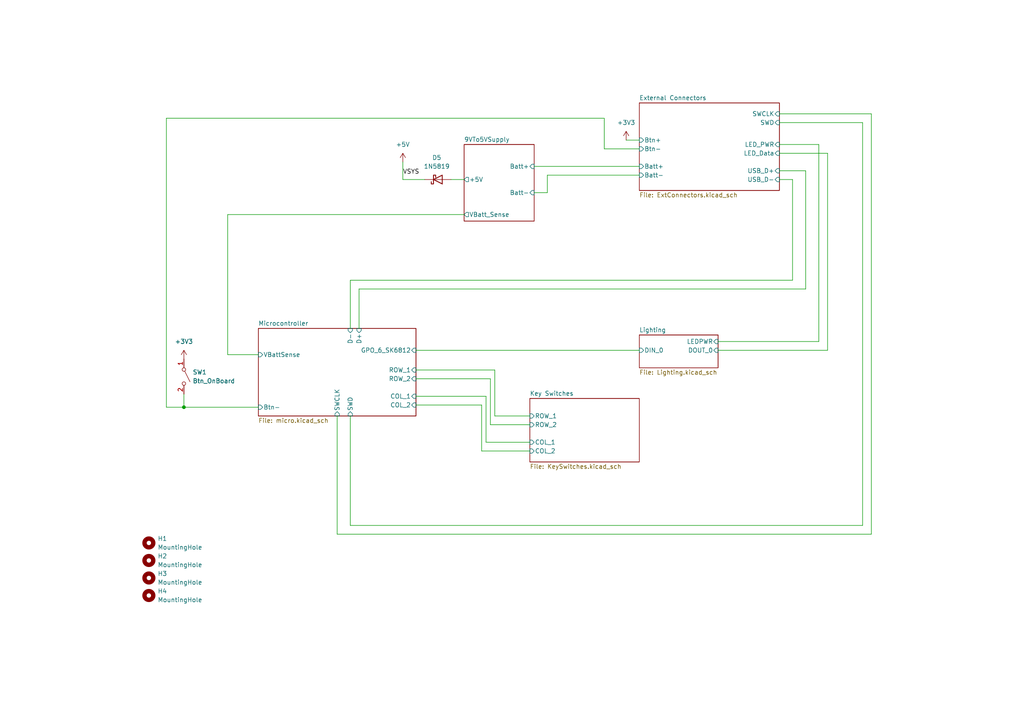
<source format=kicad_sch>
(kicad_sch (version 20231120) (generator "eeschema") (generator_version "8.0")
  (paper "A4")
  (lib_symbols
    (symbol "Diode:1N5819" (pin_numbers hide) (pin_names (offset 1.016) hide)
      (property "Reference" "D" (at 0 2.54 0))
      (property "Value" "1N5819" (at 0 -2.54 0))
      (symbol "1N5819_0_1"
        (polyline (pts (xy 1.27 0) (xy -1.27 0)))
        (polyline (pts (xy 1.27 1.27) (xy 1.27 -1.27) (xy -1.27 0) (xy 1.27 1.27)) (stroke (width 0.254)))
        (polyline (pts (xy -1.905 0.635) (xy -1.905 1.27) (xy -1.27 1.27) (xy -1.27 -1.27) (xy -0.635 -1.27) (xy -0.635 -0.635)) (stroke (width 0.254)))
      )
      (symbol "1N5819_1_1"
        (pin passive line (at -3.81 0 0) (length 2.54) (name "K") (number "1"))
        (pin passive line (at 3.81 0 180) (length 2.54) (name "A") (number "2"))
      )
    )
    (symbol "Mechanical:MountingHole" (pin_names (offset 1.016)) (exclude_from_sim yes) (in_bom no)
      (property "Reference" "H" (at 0 5.08 0))
      (property "Value" "MountingHole" (at 0 3.175 0))
      (symbol "MountingHole_0_1"
        (circle (center 0 0) (radius 1.27) (stroke (width 1.27)))
      )
    )
    (symbol "Switch:SW_SPST" (pin_names (offset 0) hide)
      (property "Reference" "SW" (at 0 3.175 0))
      (property "Value" "SW_SPST" (at 0 -2.54 0))
      (symbol "SW_SPST_0_0"
        (circle (center -2.032 0) (radius 0.508))
        (polyline (pts (xy -1.524 0.254) (xy 1.524 1.778)))
        (circle (center 2.032 0) (radius 0.508))
      )
      (symbol "SW_SPST_1_1"
        (pin passive line (at -5.08 0 0) (length 2.54) (name "A") (number "1"))
        (pin passive line (at 5.08 0 180) (length 2.54) (name "B") (number "2"))
      )
    )
    (symbol "power:+3V3" (power) (pin_names (offset 0))
      (property "Value" "+3V3" (at 0 3.556 0))
      (symbol "+3V3_0_1"
        (polyline (pts (xy -0.762 1.27) (xy 0 2.54)))
        (polyline (pts (xy 0 0) (xy 0 2.54)))
        (polyline (pts (xy 0 2.54) (xy 0.762 1.27)))
      )
      (symbol "+3V3_1_1"
        (pin power_in line (at 0 0 90) (length 0) hide (name "+3V3") (number "1"))
      )
    )
    (symbol "power:+5V" (power) (pin_names (offset 0))
      (property "Value" "+5V" (at 0 3.556 0))
      (symbol "+5V_0_1"
        (polyline (pts (xy -0.762 1.27) (xy 0 2.54)))
        (polyline (pts (xy 0 0) (xy 0 2.54)))
        (polyline (pts (xy 0 2.54) (xy 0.762 1.27)))
      )
      (symbol "+5V_1_1"
        (pin power_in line (at 0 0 90) (length 0) hide (name "+5V") (number "1"))
      )
    )
  )
  (junction (at 53.34 118.11))
  (wire (pts (xy 158.75 55.88) (xy 158.75 50.8)))
  (wire (pts (xy 116.84 46.99) (xy 116.84 52.07)))
  (wire (pts (xy 143.51 120.65) (xy 153.67 120.65)))
  (wire (pts (xy 142.24 123.19) (xy 142.24 109.855)))
  (wire (pts (xy 233.68 49.53) (xy 233.68 83.82)))
  (wire (pts (xy 104.14 83.82) (xy 104.14 95.25)))
  (wire (pts (xy 143.51 120.65) (xy 143.51 107.315)))
  (wire (pts (xy 226.06 44.45) (xy 240.03 44.45)))
  (wire (pts (xy 240.03 101.6) (xy 208.28 101.6)))
  (wire (pts (xy 142.24 109.855) (xy 120.65 109.855)))
  (wire (pts (xy 48.26 34.29) (xy 175.26 34.29)))
  (wire (pts (xy 252.73 154.94) (xy 97.79 154.94)))
  (wire (pts (xy 208.28 99.06) (xy 237.49 99.06)))
  (wire (pts (xy 142.24 123.19) (xy 153.67 123.19)))
  (wire (pts (xy 48.26 118.11) (xy 48.26 34.29)))
  (wire (pts (xy 120.65 101.6) (xy 185.42 101.6)))
  (wire (pts (xy 154.94 55.88) (xy 158.75 55.88)))
  (wire (pts (xy 250.19 152.4) (xy 250.19 35.56)))
  (wire (pts (xy 229.87 81.28) (xy 229.87 52.07)))
  (wire (pts (xy 175.26 43.18) (xy 185.42 43.18)))
  (wire (pts (xy 101.6 81.28) (xy 229.87 81.28)))
  (wire (pts (xy 48.26 118.11) (xy 53.34 118.11)))
  (wire (pts (xy 140.97 114.935) (xy 120.65 114.935)))
  (wire (pts (xy 181.61 40.64) (xy 185.42 40.64)))
  (wire (pts (xy 143.51 107.315) (xy 120.65 107.315)))
  (wire (pts (xy 116.84 52.07) (xy 123.19 52.07)))
  (wire (pts (xy 240.03 44.45) (xy 240.03 101.6)))
  (wire (pts (xy 66.04 102.87) (xy 74.93 102.87)))
  (wire (pts (xy 53.34 118.11) (xy 53.34 114.3)))
  (wire (pts (xy 101.6 152.4) (xy 250.19 152.4)))
  (wire (pts (xy 237.49 41.91) (xy 226.06 41.91)))
  (wire (pts (xy 175.26 34.29) (xy 175.26 43.18)))
  (wire (pts (xy 158.75 50.8) (xy 185.42 50.8)))
  (wire (pts (xy 229.87 52.07) (xy 226.06 52.07)))
  (wire (pts (xy 139.7 117.475) (xy 120.65 117.475)))
  (wire (pts (xy 66.04 62.23) (xy 134.62 62.23)))
  (wire (pts (xy 140.97 128.27) (xy 140.97 114.935)))
  (wire (pts (xy 53.34 118.11) (xy 74.93 118.11)))
  (wire (pts (xy 139.7 130.81) (xy 153.67 130.81)))
  (wire (pts (xy 154.94 48.26) (xy 185.42 48.26)))
  (wire (pts (xy 252.73 33.02) (xy 252.73 154.94)))
  (wire (pts (xy 139.7 130.81) (xy 139.7 117.475)))
  (wire (pts (xy 237.49 99.06) (xy 237.49 41.91)))
  (wire (pts (xy 226.06 49.53) (xy 233.68 49.53)))
  (wire (pts (xy 101.6 120.65) (xy 101.6 152.4)))
  (wire (pts (xy 97.79 154.94) (xy 97.79 120.65)))
  (wire (pts (xy 101.6 95.25) (xy 101.6 81.28)))
  (wire (pts (xy 250.19 35.56) (xy 226.06 35.56)))
  (wire (pts (xy 226.06 33.02) (xy 252.73 33.02)))
  (wire (pts (xy 140.97 128.27) (xy 153.67 128.27)))
  (wire (pts (xy 130.81 52.07) (xy 134.62 52.07)))
  (wire (pts (xy 104.14 83.82) (xy 233.68 83.82)))
  (wire (pts (xy 66.04 102.87) (xy 66.04 62.23)))
  (label "VSYS" (at 116.84 50.8 0))
  (symbol (lib_id "Mechanical:MountingHole") (at 43.18 162.56 0) (unit 1) (exclude_from_sim yes) (in_bom no)
    (property "Reference" "H2" (at 45.72 161.2899 0) (effects (justify left)))
    (property "Value" "MountingHole" (at 45.72 163.8299 0) (effects (justify left)))
    (property "Footprint" "MountingHole:MountingHole_2.7mm_M2.5" (effects (hide yes)))
    (property "Description" "Mounting Hole without connection" (effects (hide yes)))
  )
  (symbol (lib_id "power:+5V") (at 116.84 46.99 0) (unit 1)
    (property "Reference" "#PWR03" (effects (hide yes)))
    (property "Value" "+5V" (at 116.84 41.91 0))
  )
  (symbol (lib_id "Mechanical:MountingHole") (at 43.18 172.72 0) (unit 1) (exclude_from_sim yes) (in_bom no)
    (property "Reference" "H4" (at 45.72 171.4499 0) (effects (justify left)))
    (property "Value" "MountingHole" (at 45.72 173.9899 0) (effects (justify left)))
    (property "Footprint" "MountingHole:MountingHole_2.7mm_M2.5" (effects (hide yes)))
    (property "Description" "Mounting Hole without connection" (effects (hide yes)))
  )
  (symbol (lib_id "power:+3V3") (at 181.61 40.64 0) (unit 1)
    (property "Reference" "#PWR021" (effects (hide yes)))
    (property "Value" "+3V3" (at 181.61 35.56 0))
  )
  (symbol (lib_id "Mechanical:MountingHole") (at 43.18 167.64 0) (unit 1) (exclude_from_sim yes) (in_bom no)
    (property "Reference" "H3" (at 45.72 166.3699 0) (effects (justify left)))
    (property "Value" "MountingHole" (at 45.72 168.9099 0) (effects (justify left)))
    (property "Footprint" "MountingHole:MountingHole_2.7mm_M2.5" (effects (hide yes)))
    (property "Description" "Mounting Hole without connection" (effects (hide yes)))
  )
  (symbol (lib_id "Mechanical:MountingHole") (at 43.18 157.48 0) (unit 1) (exclude_from_sim yes) (in_bom no)
    (property "Reference" "H1" (at 45.72 156.2099 0) (effects (justify left)))
    (property "Value" "MountingHole" (at 45.72 158.7499 0) (effects (justify left)))
    (property "Footprint" "MountingHole:MountingHole_2.7mm_M2.5" (effects (hide yes)))
    (property "Description" "Mounting Hole without connection" (effects (hide yes)))
  )
  (symbol (lib_id "power:+3V3") (at 53.34 104.14 0) (unit 1)
    (property "Reference" "#PWR02" (effects (hide yes)))
    (property "Value" "+3V3" (at 53.34 99.06 0))
  )
  (symbol (lib_id "Diode:1N5819") (at 127 52.07 0) (mirror x) (unit 1) (on_board no)
    (property "Reference" "D5" (at 126.6825 45.72 0))
    (property "Value" "1N5819" (at 126.6825 48.26 0))
    (property "Footprint" "Diode_THT:D_DO-41_SOD81_P10.16mm_Horizontal" (effects (hide yes)))
    (property "Datasheet" "http://www.vishay.com/docs/88525/1n5817.pdf" (effects (hide yes)))
  )
  (symbol (lib_id "Switch:SW_SPST") (at 53.34 109.22 270) (unit 1)
    (property "Reference" "SW1" (at 55.88 107.95 90) (effects (justify left)))
    (property "Value" "Btn_OnBoard" (at 55.88 110.49 90) (effects (justify left)))
    (property "Footprint" "Button_Switch_THT:SW_PUSH-12mm" (effects (hide yes)))
  )
  (sheet (at 153.67 115.57) (size 31.75 18.415) (stroke (width 0.1524))
    (property "Sheetname" "Key Switches" (at 153.67 114.8584 0) (effects (justify left bottom)))
    (property "Sheetfile" "KeySwitches.kicad_sch" (at 153.67 134.5696 0) (effects (justify left top)))
    (pin "COL_2" input (at 153.67 130.81 180))
    (pin "ROW_1" input (at 153.67 120.65 180))
    (pin "ROW_2" input (at 153.67 123.19 180))
    (pin "COL_1" input (at 153.67 128.27 180))
  )
  (sheet (at 134.62 41.91) (size 20.32 22.225) (stroke (width 0.1524))
    (property "Sheetname" "9VTo5VSupply" (at 134.62 41.1984 0) (effects (justify left bottom)))
    (property "Sheetfile" "9VTo5VSupply.kicad_sch" (effects (hide yes)))
    (pin "Batt+" input (at 154.94 48.26 0))
    (pin "Batt-" input (at 154.94 55.88 0))
    (pin "+5V" output (at 134.62 52.07 180))
    (pin "VBatt_Sense" output (at 134.62 62.23 180))
  )
  (sheet (at 185.42 97.155) (size 22.86 9.525) (stroke (width 0.1524))
    (property "Sheetname" "Lighting" (at 185.42 96.4434 0) (effects (justify left bottom)))
    (property "Sheetfile" "Lighting.kicad_sch" (at 185.42 107.2646 0) (effects (justify left top)))
    (pin "DOUT_0" input (at 208.28 101.6 0))
    (pin "DIN_0" input (at 185.42 101.6 180))
    (pin "LEDPWR" input (at 208.28 99.06 0))
  )
  (sheet (at 185.42 29.845) (size 40.64 25.4) (stroke (width 0.1524))
    (property "Sheetname" "External Connectors" (at 185.42 29.1334 0) (effects (justify left bottom)))
    (property "Sheetfile" "ExtConnectors.kicad_sch" (at 185.42 55.8296 0) (effects (justify left top)))
    (pin "Batt-" input (at 185.42 50.8 180))
    (pin "Batt+" input (at 185.42 48.26 180))
    (pin "LED_PWR" input (at 226.06 41.91 0))
    (pin "LED_Data" input (at 226.06 44.45 0))
    (pin "Btn-" input (at 185.42 43.18 180))
    (pin "Btn+" input (at 185.42 40.64 180))
    (pin "USB_D-" input (at 226.06 52.07 0))
    (pin "USB_D+" input (at 226.06 49.53 0))
    (pin "SWD" input (at 226.06 35.56 0))
    (pin "SWCLK" input (at 226.06 33.02 0))
  )
  (sheet (at 74.93 95.25) (size 45.72 25.4) (stroke (width 0.1524))
    (property "Sheetname" "Microcontroller" (at 74.93 94.5384 0) (effects (justify left bottom)))
    (property "Sheetfile" "micro.kicad_sch" (at 74.93 121.2346 0) (effects (justify left top)))
    (pin "Btn-" input (at 74.93 118.11 180))
    (pin "COL_1" input (at 120.65 114.935 0))
    (pin "COL_2" input (at 120.65 117.475 0))
    (pin "ROW_1" input (at 120.65 107.315 0))
    (pin "ROW_2" input (at 120.65 109.855 0))
    (pin "VBattSense" input (at 74.93 102.87 180))
    (pin "D-" input (at 101.6 95.25 90))
    (pin "D+" input (at 104.14 95.25 90))
    (pin "SWD" input (at 101.6 120.65 270))
    (pin "SWCLK" input (at 97.79 120.65 270))
    (pin "GPO_6_SK6812" input (at 120.65 101.6 0))
  )
)
</source>
